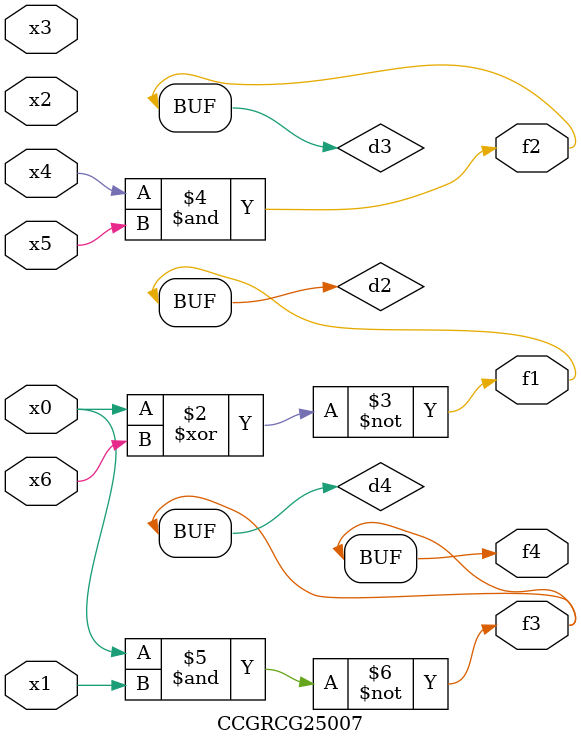
<source format=v>
module CCGRCG25007(
	input x0, x1, x2, x3, x4, x5, x6,
	output f1, f2, f3, f4
);

	wire d1, d2, d3, d4;

	nor (d1, x0);
	xnor (d2, x0, x6);
	and (d3, x4, x5);
	nand (d4, x0, x1);
	assign f1 = d2;
	assign f2 = d3;
	assign f3 = d4;
	assign f4 = d4;
endmodule

</source>
